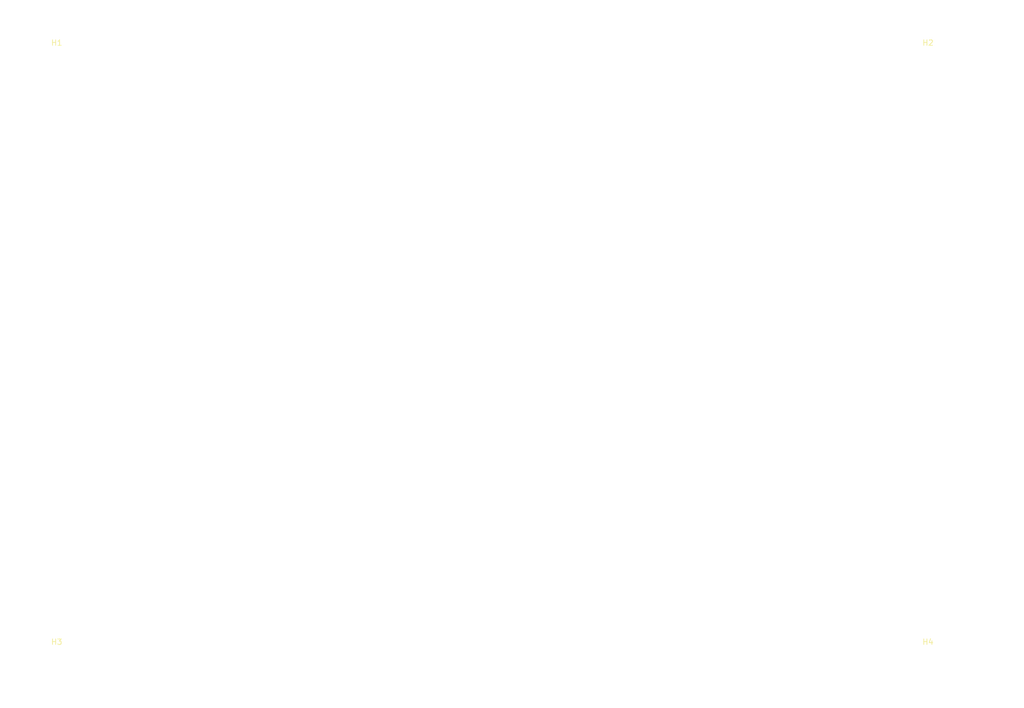
<source format=kicad_pcb>
(kicad_pcb (version 20210228) (generator pcbnew)
  (title_block (title "Enter Title On Page Setting Dialog") (rev "1") (company "KiCAD"))
  (layers (0 "F.Cu" signal) (31 "B.Cu" signal) (34 "B.Paste" user) (35 "F.Paste" user) (36 "B.SilkS" user "B.Silkscreen") (37 "F.SilkS" user "F.Silkscreen") (38 "B.Mask" user) (39 "F.Mask" user) (44 "Edge.Cuts" user))
  (net 0 "")
  (footprint "MountingHole:MountingHole_3.2mm_M3" (layer "F.Cu") (at 59.5 32.8)
    (fp_text reference "H1" (at 5.16 -0.205) (layer "F.SilkS"))
    (fp_text value "MountingHole")
    (pad "1" np_thru_hole circle (at 0 0) (size 3.2 3.2) (drill 3.2) (layers *.Cu *.Mask))
  )
  (footprint "MountingHole:MountingHole_3.2mm_M3" (layer "F.Cu") (at 228.5 32.8)
    (fp_text reference "H2" (at -5.26 -0.205) (layer "F.SilkS"))
    (fp_text value "MountingHole")
    (pad "1" np_thru_hole circle (at 0 0) (size 3.2 3.2) (drill 3.2) (layers *.Cu *.Mask))
  )
  (footprint "MountingHole:MountingHole_3.2mm_M3" (layer "F.Cu") (at 59.5 141.8)
    (fp_text reference "H3" (at 5.16 -0.08) (layer "F.SilkS"))
    (fp_text value "MountingHole")
    (pad "1" np_thru_hole circle (at 0 0) (size 3.2 3.2) (drill 3.2) (layers *.Cu *.Mask))
  )
  (footprint "MountingHole:MountingHole_3.2mm_M3" (layer "F.Cu") (at 228.5 141.8)
    (fp_text reference "H4" (at -5.26 -0.08) (layer "F.SilkS"))
    (fp_text value "MountingHole")
    (pad "1" np_thru_hole circle (at 0 0) (size 3.2 3.2) (drill 3.2) (layers *.Cu *.Mask))
  )
  (gr_line (start 54.5 27.8) (end 54.5 146.8) (layer "Edge.Cuts") (width 0.00254))
  (gr_line (start 54.5 146.8) (end 233.5 146.8) (layer "Edge.Cuts") (width 0.00254))
  (gr_line (start 233.5 27.8) (end 54.5 27.8) (layer "Edge.Cuts") (width 0.00254))
  (gr_line (start 233.5 27.8) (end 233.5 146.8) (layer "Edge.Cuts") (width 0.00254))
)
</source>
